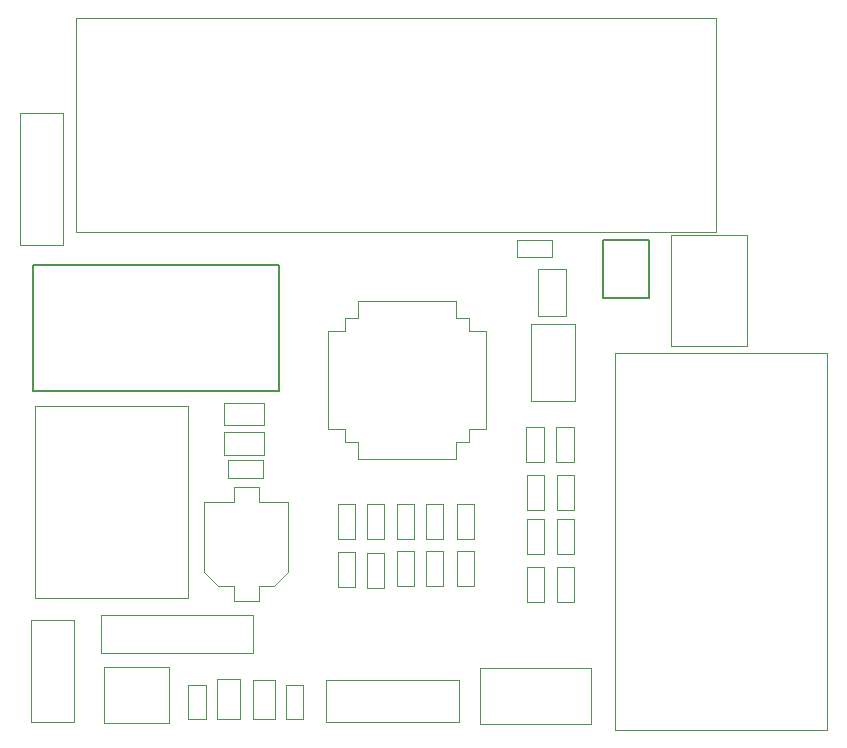
<source format=gbr>
%TF.GenerationSoftware,KiCad,Pcbnew,7.0.1*%
%TF.CreationDate,2023-06-01T09:44:18-03:00*%
%TF.ProjectId,BitBangARM,42697442-616e-4674-9152-4d2e6b696361,rev?*%
%TF.SameCoordinates,Original*%
%TF.FileFunction,Other,User*%
%FSLAX46Y46*%
G04 Gerber Fmt 4.6, Leading zero omitted, Abs format (unit mm)*
G04 Created by KiCad (PCBNEW 7.0.1) date 2023-06-01 09:44:18*
%MOMM*%
%LPD*%
G01*
G04 APERTURE LIST*
%ADD10C,0.050000*%
%ADD11C,0.150000*%
G04 APERTURE END LIST*
D10*
%TO.C,J7*%
X146066500Y-128464100D02*
X157266500Y-128464100D01*
X157266500Y-128464100D02*
X157266500Y-124864100D01*
X146066500Y-124864100D02*
X146066500Y-128464100D01*
X157266500Y-124864100D02*
X146066500Y-124864100D01*
%TO.C,R11*%
X142656500Y-128244100D02*
X142656500Y-125284100D01*
X142656500Y-125284100D02*
X144116500Y-125284100D01*
X144116500Y-128244100D02*
X142656500Y-128244100D01*
X144116500Y-125284100D02*
X144116500Y-128244100D01*
%TO.C,R10*%
X134381500Y-128244100D02*
X134381500Y-125284100D01*
X134381500Y-125284100D02*
X135841500Y-125284100D01*
X135841500Y-128244100D02*
X134381500Y-128244100D01*
X135841500Y-125284100D02*
X135841500Y-128244100D01*
%TO.C,D5*%
X139811500Y-124884100D02*
X141711500Y-124884100D01*
X141711500Y-128244100D02*
X139811500Y-128244100D01*
X141711500Y-124884100D02*
X141711500Y-128244100D01*
X139811500Y-128244100D02*
X139811500Y-124884100D01*
%TO.C,D4*%
X136836500Y-124846600D02*
X138736500Y-124846600D01*
X138736500Y-128206600D02*
X136836500Y-128206600D01*
X138736500Y-124846600D02*
X138736500Y-128206600D01*
X136836500Y-128206600D02*
X136836500Y-124846600D01*
%TO.C,SW1*%
X168486500Y-128664100D02*
X168486500Y-123864100D01*
X168486500Y-123864100D02*
X159086500Y-123864100D01*
X159086500Y-128664100D02*
X168486500Y-128664100D01*
X159086500Y-123864100D02*
X159086500Y-128664100D01*
%TO.C,R5*%
X167016500Y-111259100D02*
X167016500Y-114219100D01*
X167016500Y-114219100D02*
X165556500Y-114219100D01*
X165556500Y-111259100D02*
X167016500Y-111259100D01*
X165556500Y-114219100D02*
X165556500Y-111259100D01*
%TO.C,C16*%
X155971500Y-110009100D02*
X155971500Y-112969100D01*
X154511500Y-110009100D02*
X155971500Y-110009100D01*
X155971500Y-112969100D02*
X154511500Y-112969100D01*
X154511500Y-112969100D02*
X154511500Y-110009100D01*
%TO.C,R4*%
X163031500Y-114194100D02*
X163031500Y-111234100D01*
X164491500Y-114194100D02*
X163031500Y-114194100D01*
X163031500Y-111234100D02*
X164491500Y-111234100D01*
X164491500Y-111234100D02*
X164491500Y-114194100D01*
%TO.C,R9*%
X166984500Y-103482100D02*
X166984500Y-106442100D01*
X165524500Y-103482100D02*
X166984500Y-103482100D01*
X166984500Y-106442100D02*
X165524500Y-106442100D01*
X165524500Y-106442100D02*
X165524500Y-103482100D01*
%TO.C,R8*%
X165556500Y-118269100D02*
X165556500Y-115309100D01*
X167016500Y-118269100D02*
X165556500Y-118269100D01*
X165556500Y-115309100D02*
X167016500Y-115309100D01*
X167016500Y-115309100D02*
X167016500Y-118269100D01*
%TO.C,C10*%
X157111500Y-112969100D02*
X157111500Y-110009100D01*
X158571500Y-112969100D02*
X157111500Y-112969100D01*
X157111500Y-110009100D02*
X158571500Y-110009100D01*
X158571500Y-110009100D02*
X158571500Y-112969100D01*
%TO.C,J1*%
X175211500Y-96651600D02*
X175211500Y-87251600D01*
X181711500Y-96651600D02*
X175211500Y-96651600D01*
X175211500Y-87251600D02*
X181711500Y-87251600D01*
X181711500Y-87251600D02*
X181711500Y-96651600D01*
%TO.C,J3*%
X134316500Y-101736100D02*
X121376500Y-101736100D01*
X134316500Y-101736100D02*
X134316500Y-117986100D01*
X121376500Y-117986100D02*
X121376500Y-101736100D01*
X121376500Y-117986100D02*
X134316500Y-117986100D01*
%TO.C,J5*%
X120161500Y-76884100D02*
X120161500Y-88084100D01*
X120161500Y-88084100D02*
X123761500Y-88084100D01*
X123761500Y-76884100D02*
X120161500Y-76884100D01*
X123761500Y-88084100D02*
X123761500Y-76884100D01*
%TO.C,C17*%
X152011500Y-116979100D02*
X152011500Y-114019100D01*
X153471500Y-116979100D02*
X152011500Y-116979100D01*
X152011500Y-114019100D02*
X153471500Y-114019100D01*
X153471500Y-114019100D02*
X153471500Y-116979100D01*
%TO.C,U3*%
X159561500Y-103639100D02*
X159561500Y-99489100D01*
X159561500Y-95339100D02*
X159561500Y-99489100D01*
X158111500Y-104739100D02*
X158111500Y-103639100D01*
X158111500Y-103639100D02*
X159561500Y-103639100D01*
X158111500Y-95339100D02*
X159561500Y-95339100D01*
X158111500Y-94239100D02*
X158111500Y-95339100D01*
X157011500Y-106189100D02*
X157011500Y-104739100D01*
X157011500Y-104739100D02*
X158111500Y-104739100D01*
X157011500Y-94239100D02*
X158111500Y-94239100D01*
X157011500Y-92789100D02*
X157011500Y-94239100D01*
X152861500Y-106189100D02*
X157011500Y-106189100D01*
X152861500Y-106189100D02*
X148711500Y-106189100D01*
X152861500Y-92789100D02*
X157011500Y-92789100D01*
X152861500Y-92789100D02*
X148711500Y-92789100D01*
X148711500Y-106189100D02*
X148711500Y-104739100D01*
X148711500Y-104739100D02*
X147611500Y-104739100D01*
X148711500Y-94239100D02*
X147611500Y-94239100D01*
X148711500Y-92789100D02*
X148711500Y-94239100D01*
X147611500Y-104739100D02*
X147611500Y-103639100D01*
X147611500Y-103639100D02*
X146161500Y-103639100D01*
X147611500Y-95339100D02*
X146161500Y-95339100D01*
X147611500Y-94239100D02*
X147611500Y-95339100D01*
X146161500Y-103639100D02*
X146161500Y-99489100D01*
X146161500Y-95339100D02*
X146161500Y-99489100D01*
D11*
%TO.C,U2*%
X169486500Y-92566188D02*
X173336500Y-92566188D01*
X173336500Y-92566188D02*
X173336500Y-92566188D01*
X173336500Y-92566188D02*
X173336500Y-87611214D01*
X169486500Y-87611214D02*
X169486500Y-92566188D01*
X173336500Y-87611214D02*
X169486500Y-87611214D01*
D10*
%TO.C,R7*%
X137756500Y-106309100D02*
X140716500Y-106309100D01*
X137756500Y-107769100D02*
X137756500Y-106309100D01*
X140716500Y-106309100D02*
X140716500Y-107769100D01*
X140716500Y-107769100D02*
X137756500Y-107769100D01*
%TO.C,J4*%
X170496500Y-129124100D02*
X188446500Y-129124100D01*
X188446500Y-129124100D02*
X188446500Y-97224100D01*
X170496500Y-97224100D02*
X170496500Y-129124100D01*
X188446500Y-97224100D02*
X170496500Y-97224100D01*
%TO.C,C8*%
X147011500Y-112969100D02*
X147011500Y-110009100D01*
X148471500Y-112969100D02*
X147011500Y-112969100D01*
X147011500Y-110009100D02*
X148471500Y-110009100D01*
X148471500Y-110009100D02*
X148471500Y-112969100D01*
%TO.C,C5*%
X147031500Y-116994100D02*
X147031500Y-114034100D01*
X148491500Y-116994100D02*
X147031500Y-116994100D01*
X147031500Y-114034100D02*
X148491500Y-114034100D01*
X148491500Y-114034100D02*
X148491500Y-116994100D01*
%TO.C,R1*%
X165549500Y-110542100D02*
X165549500Y-107582100D01*
X167009500Y-110542100D02*
X165549500Y-110542100D01*
X165549500Y-107582100D02*
X167009500Y-107582100D01*
X167009500Y-107582100D02*
X167009500Y-110542100D01*
%TO.C,D3*%
X137389000Y-101439100D02*
X140749000Y-101439100D01*
X137389000Y-103339100D02*
X137389000Y-101439100D01*
X140749000Y-101439100D02*
X140749000Y-103339100D01*
X140749000Y-103339100D02*
X137389000Y-103339100D01*
%TO.C,Q1*%
X127236500Y-123759100D02*
X127236500Y-128499100D01*
X127236500Y-123759100D02*
X132696500Y-123759100D01*
X132696500Y-128499100D02*
X127236500Y-128499100D01*
X132696500Y-128499100D02*
X132696500Y-123759100D01*
%TO.C,C9*%
X149511500Y-112969100D02*
X149511500Y-110009100D01*
X150971500Y-112969100D02*
X149511500Y-112969100D01*
X149511500Y-110009100D02*
X150971500Y-110009100D01*
X150971500Y-110009100D02*
X150971500Y-112969100D01*
%TO.C,C19*%
X158591500Y-113984100D02*
X158591500Y-116944100D01*
X157131500Y-113984100D02*
X158591500Y-113984100D01*
X158591500Y-116944100D02*
X157131500Y-116944100D01*
X157131500Y-116944100D02*
X157131500Y-113984100D01*
%TO.C,R2*%
X163039500Y-110542100D02*
X163039500Y-107582100D01*
X164499500Y-110542100D02*
X163039500Y-110542100D01*
X163039500Y-107582100D02*
X164499500Y-107582100D01*
X164499500Y-107582100D02*
X164499500Y-110542100D01*
%TO.C,D1*%
X137389000Y-103939100D02*
X140749000Y-103939100D01*
X137389000Y-105839100D02*
X137389000Y-103939100D01*
X140749000Y-103939100D02*
X140749000Y-105839100D01*
X140749000Y-105839100D02*
X137389000Y-105839100D01*
%TO.C,Y4*%
X167086500Y-94739100D02*
X163386500Y-94739100D01*
X163386500Y-94739100D02*
X163386500Y-101239100D01*
X167086500Y-101239100D02*
X167086500Y-94739100D01*
X163386500Y-101239100D02*
X167086500Y-101239100D01*
%TO.C,D2*%
X126994500Y-119396100D02*
X126994500Y-122596100D01*
X126994500Y-122596100D02*
X139854500Y-122596100D01*
X139854500Y-119396100D02*
X126994500Y-119396100D01*
X139854500Y-122596100D02*
X139854500Y-119396100D01*
%TO.C,C14*%
X164459500Y-103482100D02*
X164459500Y-106442100D01*
X162999500Y-103482100D02*
X164459500Y-103482100D01*
X164459500Y-106442100D02*
X162999500Y-106442100D01*
X162999500Y-106442100D02*
X162999500Y-103482100D01*
%TO.C,C11*%
X154511500Y-116944100D02*
X154511500Y-113984100D01*
X155971500Y-116944100D02*
X154511500Y-116944100D01*
X154511500Y-113984100D02*
X155971500Y-113984100D01*
X155971500Y-113984100D02*
X155971500Y-116944100D01*
%TO.C,J2*%
X179041500Y-86954100D02*
X179041500Y-68854100D01*
X179041500Y-68854100D02*
X124891500Y-68854100D01*
X124891500Y-86954100D02*
X179041500Y-86954100D01*
X124891500Y-68854100D02*
X124891500Y-86954100D01*
D11*
%TO.C,K1*%
X142036500Y-100398101D02*
X142036500Y-89778099D01*
X142036500Y-89778099D02*
X121256498Y-89778099D01*
X121256498Y-100398101D02*
X142036500Y-100398101D01*
X121256498Y-100398101D02*
X121256498Y-100398101D01*
X121256498Y-89778099D02*
X121256498Y-100398101D01*
D10*
%TO.C,R6*%
X162231500Y-87634100D02*
X165191500Y-87634100D01*
X162231500Y-89094100D02*
X162231500Y-87634100D01*
X165191500Y-87634100D02*
X165191500Y-89094100D01*
X165191500Y-89094100D02*
X162231500Y-89094100D01*
%TO.C,C12*%
X150966500Y-114116100D02*
X150966500Y-117076100D01*
X149506500Y-114116100D02*
X150966500Y-114116100D01*
X150966500Y-117076100D02*
X149506500Y-117076100D01*
X149506500Y-117076100D02*
X149506500Y-114116100D01*
%TO.C,C13*%
X138216500Y-118176100D02*
X140316500Y-118176100D01*
X140316500Y-118176100D02*
X140316500Y-116926100D01*
X136866500Y-116926100D02*
X138216500Y-116926100D01*
X136866500Y-116926100D02*
X135716500Y-115776100D01*
X138216500Y-116926100D02*
X138216500Y-118176100D01*
X140316500Y-116926100D02*
X141666500Y-116926100D01*
X141666500Y-116926100D02*
X142816500Y-115776100D01*
X135716500Y-115776100D02*
X135716500Y-109826100D01*
X142816500Y-115776100D02*
X142816500Y-109826100D01*
X135716500Y-109826100D02*
X138216500Y-109826100D01*
X138216500Y-109826100D02*
X138216500Y-108576100D01*
X140316500Y-109826100D02*
X142816500Y-109826100D01*
X138216500Y-108576100D02*
X140316500Y-108576100D01*
X140316500Y-108576100D02*
X140316500Y-109826100D01*
%TO.C,Y3*%
X163986500Y-94064100D02*
X166386500Y-94064100D01*
X166386500Y-94064100D02*
X166386500Y-90064100D01*
X163986500Y-90064100D02*
X163986500Y-94064100D01*
X166386500Y-90064100D02*
X163986500Y-90064100D01*
%TO.C,C15*%
X153471500Y-110009100D02*
X153471500Y-112969100D01*
X152011500Y-110009100D02*
X153471500Y-110009100D01*
X153471500Y-112969100D02*
X152011500Y-112969100D01*
X152011500Y-112969100D02*
X152011500Y-110009100D01*
%TO.C,JP2*%
X121061500Y-119839100D02*
X121061500Y-128489100D01*
X121061500Y-128489100D02*
X124661500Y-128489100D01*
X124661500Y-119839100D02*
X121061500Y-119839100D01*
X124661500Y-128489100D02*
X124661500Y-119839100D01*
%TO.C,R3*%
X163031500Y-118269100D02*
X163031500Y-115309100D01*
X164491500Y-118269100D02*
X163031500Y-118269100D01*
X163031500Y-115309100D02*
X164491500Y-115309100D01*
X164491500Y-115309100D02*
X164491500Y-118269100D01*
%TD*%
M02*

</source>
